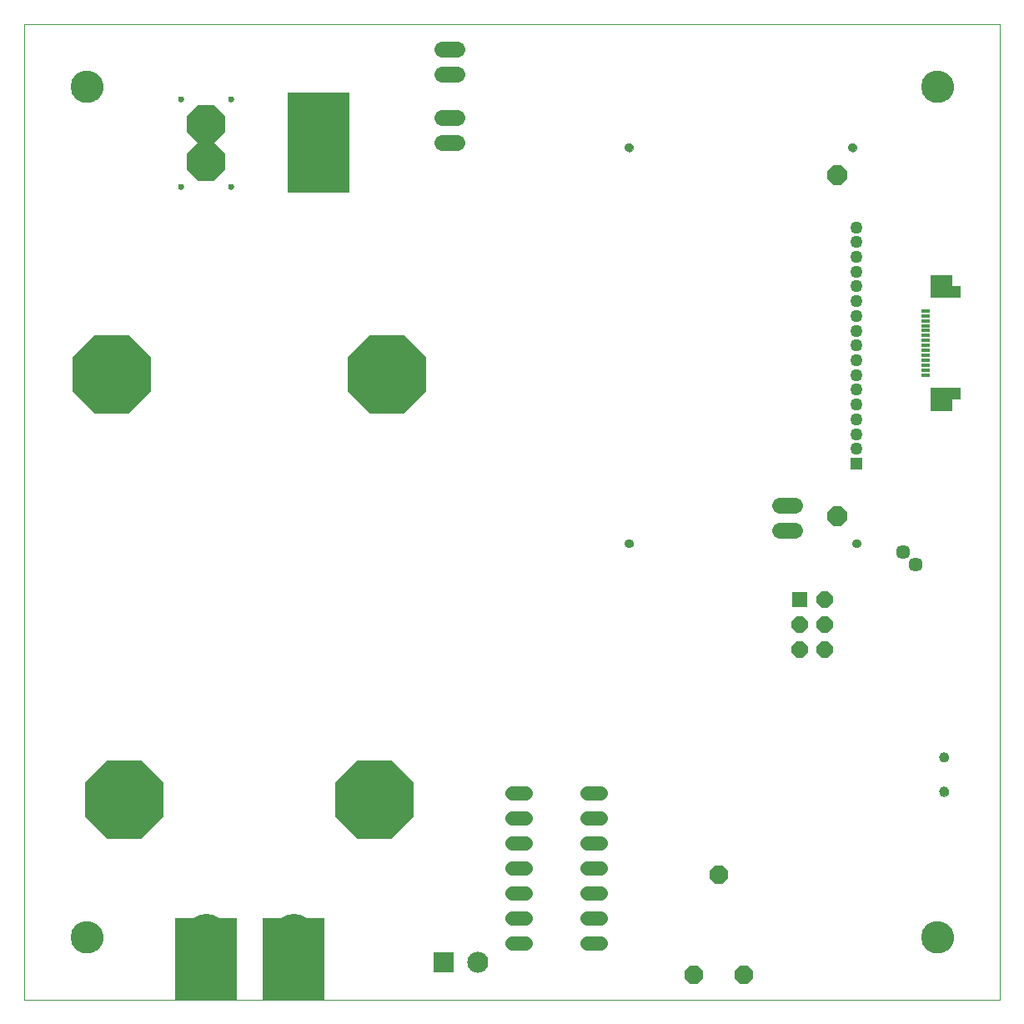
<source format=gbs>
G75*
G70*
%OFA0B0*%
%FSLAX24Y24*%
%IPPOS*%
%LPD*%
%AMOC8*
5,1,8,0,0,1.08239X$1,22.5*
%
%ADD10C,0.0000*%
%ADD11C,0.1290*%
%ADD12C,0.0237*%
%ADD13R,0.2500X0.4000*%
%ADD14R,0.2500X0.3250*%
%ADD15OC8,0.3165*%
%ADD16OC8,0.1542*%
%ADD17C,0.0394*%
%ADD18OC8,0.0740*%
%ADD19C,0.0640*%
%ADD20C,0.0560*%
%ADD21R,0.0640X0.0640*%
%ADD22OC8,0.0640*%
%ADD23R,0.0496X0.0496*%
%ADD24C,0.0496*%
%ADD25OC8,0.0778*%
%ADD26C,0.0355*%
%ADD27C,0.1690*%
%ADD28R,0.0840X0.0840*%
%ADD29C,0.0840*%
%ADD30R,0.0355X0.0158*%
%ADD31R,0.0866X0.0453*%
%ADD32R,0.1201X0.0512*%
%ADD33C,0.0571*%
D10*
X000504Y000161D02*
X000504Y039161D01*
X039504Y039161D01*
X039504Y000161D01*
X000504Y000161D01*
X002379Y002661D02*
X002381Y002711D01*
X002387Y002760D01*
X002397Y002809D01*
X002410Y002856D01*
X002428Y002903D01*
X002449Y002948D01*
X002473Y002991D01*
X002501Y003032D01*
X002532Y003071D01*
X002566Y003107D01*
X002603Y003141D01*
X002643Y003171D01*
X002684Y003198D01*
X002728Y003222D01*
X002773Y003242D01*
X002820Y003258D01*
X002868Y003271D01*
X002917Y003280D01*
X002967Y003285D01*
X003016Y003286D01*
X003066Y003283D01*
X003115Y003276D01*
X003164Y003265D01*
X003211Y003251D01*
X003257Y003232D01*
X003302Y003210D01*
X003345Y003185D01*
X003385Y003156D01*
X003423Y003124D01*
X003459Y003090D01*
X003492Y003052D01*
X003521Y003012D01*
X003547Y002970D01*
X003570Y002926D01*
X003589Y002880D01*
X003605Y002833D01*
X003617Y002784D01*
X003625Y002735D01*
X003629Y002686D01*
X003629Y002636D01*
X003625Y002587D01*
X003617Y002538D01*
X003605Y002489D01*
X003589Y002442D01*
X003570Y002396D01*
X003547Y002352D01*
X003521Y002310D01*
X003492Y002270D01*
X003459Y002232D01*
X003423Y002198D01*
X003385Y002166D01*
X003345Y002137D01*
X003302Y002112D01*
X003257Y002090D01*
X003211Y002071D01*
X003164Y002057D01*
X003115Y002046D01*
X003066Y002039D01*
X003016Y002036D01*
X002967Y002037D01*
X002917Y002042D01*
X002868Y002051D01*
X002820Y002064D01*
X002773Y002080D01*
X002728Y002100D01*
X002684Y002124D01*
X002643Y002151D01*
X002603Y002181D01*
X002566Y002215D01*
X002532Y002251D01*
X002501Y002290D01*
X002473Y002331D01*
X002449Y002374D01*
X002428Y002419D01*
X002410Y002466D01*
X002397Y002513D01*
X002387Y002562D01*
X002381Y002611D01*
X002379Y002661D01*
X004406Y006911D02*
X004408Y006930D01*
X004413Y006949D01*
X004423Y006965D01*
X004435Y006980D01*
X004450Y006992D01*
X004466Y007002D01*
X004485Y007007D01*
X004504Y007009D01*
X004523Y007007D01*
X004542Y007002D01*
X004558Y006992D01*
X004573Y006980D01*
X004585Y006965D01*
X004595Y006949D01*
X004600Y006930D01*
X004602Y006911D01*
X004600Y006892D01*
X004595Y006873D01*
X004585Y006857D01*
X004573Y006842D01*
X004558Y006830D01*
X004542Y006820D01*
X004523Y006815D01*
X004504Y006813D01*
X004485Y006815D01*
X004466Y006820D01*
X004450Y006830D01*
X004435Y006842D01*
X004423Y006857D01*
X004413Y006873D01*
X004408Y006892D01*
X004406Y006911D01*
X003531Y007286D02*
X003533Y007305D01*
X003538Y007324D01*
X003548Y007340D01*
X003560Y007355D01*
X003575Y007367D01*
X003591Y007377D01*
X003610Y007382D01*
X003629Y007384D01*
X003648Y007382D01*
X003667Y007377D01*
X003683Y007367D01*
X003698Y007355D01*
X003710Y007340D01*
X003720Y007324D01*
X003725Y007305D01*
X003727Y007286D01*
X003725Y007267D01*
X003720Y007248D01*
X003710Y007232D01*
X003698Y007217D01*
X003683Y007205D01*
X003667Y007195D01*
X003648Y007190D01*
X003629Y007188D01*
X003610Y007190D01*
X003591Y007195D01*
X003575Y007205D01*
X003560Y007217D01*
X003548Y007232D01*
X003538Y007248D01*
X003533Y007267D01*
X003531Y007286D01*
X003156Y008161D02*
X003158Y008180D01*
X003163Y008199D01*
X003173Y008215D01*
X003185Y008230D01*
X003200Y008242D01*
X003216Y008252D01*
X003235Y008257D01*
X003254Y008259D01*
X003273Y008257D01*
X003292Y008252D01*
X003308Y008242D01*
X003323Y008230D01*
X003335Y008215D01*
X003345Y008199D01*
X003350Y008180D01*
X003352Y008161D01*
X003350Y008142D01*
X003345Y008123D01*
X003335Y008107D01*
X003323Y008092D01*
X003308Y008080D01*
X003292Y008070D01*
X003273Y008065D01*
X003254Y008063D01*
X003235Y008065D01*
X003216Y008070D01*
X003200Y008080D01*
X003185Y008092D01*
X003173Y008107D01*
X003163Y008123D01*
X003158Y008142D01*
X003156Y008161D01*
X003531Y009036D02*
X003533Y009055D01*
X003538Y009074D01*
X003548Y009090D01*
X003560Y009105D01*
X003575Y009117D01*
X003591Y009127D01*
X003610Y009132D01*
X003629Y009134D01*
X003648Y009132D01*
X003667Y009127D01*
X003683Y009117D01*
X003698Y009105D01*
X003710Y009090D01*
X003720Y009074D01*
X003725Y009055D01*
X003727Y009036D01*
X003725Y009017D01*
X003720Y008998D01*
X003710Y008982D01*
X003698Y008967D01*
X003683Y008955D01*
X003667Y008945D01*
X003648Y008940D01*
X003629Y008938D01*
X003610Y008940D01*
X003591Y008945D01*
X003575Y008955D01*
X003560Y008967D01*
X003548Y008982D01*
X003538Y008998D01*
X003533Y009017D01*
X003531Y009036D01*
X004406Y009411D02*
X004408Y009430D01*
X004413Y009449D01*
X004423Y009465D01*
X004435Y009480D01*
X004450Y009492D01*
X004466Y009502D01*
X004485Y009507D01*
X004504Y009509D01*
X004523Y009507D01*
X004542Y009502D01*
X004558Y009492D01*
X004573Y009480D01*
X004585Y009465D01*
X004595Y009449D01*
X004600Y009430D01*
X004602Y009411D01*
X004600Y009392D01*
X004595Y009373D01*
X004585Y009357D01*
X004573Y009342D01*
X004558Y009330D01*
X004542Y009320D01*
X004523Y009315D01*
X004504Y009313D01*
X004485Y009315D01*
X004466Y009320D01*
X004450Y009330D01*
X004435Y009342D01*
X004423Y009357D01*
X004413Y009373D01*
X004408Y009392D01*
X004406Y009411D01*
X005281Y009036D02*
X005283Y009055D01*
X005288Y009074D01*
X005298Y009090D01*
X005310Y009105D01*
X005325Y009117D01*
X005341Y009127D01*
X005360Y009132D01*
X005379Y009134D01*
X005398Y009132D01*
X005417Y009127D01*
X005433Y009117D01*
X005448Y009105D01*
X005460Y009090D01*
X005470Y009074D01*
X005475Y009055D01*
X005477Y009036D01*
X005475Y009017D01*
X005470Y008998D01*
X005460Y008982D01*
X005448Y008967D01*
X005433Y008955D01*
X005417Y008945D01*
X005398Y008940D01*
X005379Y008938D01*
X005360Y008940D01*
X005341Y008945D01*
X005325Y008955D01*
X005310Y008967D01*
X005298Y008982D01*
X005288Y008998D01*
X005283Y009017D01*
X005281Y009036D01*
X005656Y008161D02*
X005658Y008180D01*
X005663Y008199D01*
X005673Y008215D01*
X005685Y008230D01*
X005700Y008242D01*
X005716Y008252D01*
X005735Y008257D01*
X005754Y008259D01*
X005773Y008257D01*
X005792Y008252D01*
X005808Y008242D01*
X005823Y008230D01*
X005835Y008215D01*
X005845Y008199D01*
X005850Y008180D01*
X005852Y008161D01*
X005850Y008142D01*
X005845Y008123D01*
X005835Y008107D01*
X005823Y008092D01*
X005808Y008080D01*
X005792Y008070D01*
X005773Y008065D01*
X005754Y008063D01*
X005735Y008065D01*
X005716Y008070D01*
X005700Y008080D01*
X005685Y008092D01*
X005673Y008107D01*
X005663Y008123D01*
X005658Y008142D01*
X005656Y008161D01*
X005281Y007286D02*
X005283Y007305D01*
X005288Y007324D01*
X005298Y007340D01*
X005310Y007355D01*
X005325Y007367D01*
X005341Y007377D01*
X005360Y007382D01*
X005379Y007384D01*
X005398Y007382D01*
X005417Y007377D01*
X005433Y007367D01*
X005448Y007355D01*
X005460Y007340D01*
X005470Y007324D01*
X005475Y007305D01*
X005477Y007286D01*
X005475Y007267D01*
X005470Y007248D01*
X005460Y007232D01*
X005448Y007217D01*
X005433Y007205D01*
X005417Y007195D01*
X005398Y007190D01*
X005379Y007188D01*
X005360Y007190D01*
X005341Y007195D01*
X005325Y007205D01*
X005310Y007217D01*
X005298Y007232D01*
X005288Y007248D01*
X005283Y007267D01*
X005281Y007286D01*
X007156Y003161D02*
X007158Y003180D01*
X007163Y003199D01*
X007173Y003215D01*
X007185Y003230D01*
X007200Y003242D01*
X007216Y003252D01*
X007235Y003257D01*
X007254Y003259D01*
X007273Y003257D01*
X007292Y003252D01*
X007308Y003242D01*
X007323Y003230D01*
X007335Y003215D01*
X007345Y003199D01*
X007350Y003180D01*
X007352Y003161D01*
X007350Y003142D01*
X007345Y003123D01*
X007335Y003107D01*
X007323Y003092D01*
X007308Y003080D01*
X007292Y003070D01*
X007273Y003065D01*
X007254Y003063D01*
X007235Y003065D01*
X007216Y003070D01*
X007200Y003080D01*
X007185Y003092D01*
X007173Y003107D01*
X007163Y003123D01*
X007158Y003142D01*
X007156Y003161D01*
X007656Y003161D02*
X007658Y003180D01*
X007663Y003199D01*
X007673Y003215D01*
X007685Y003230D01*
X007700Y003242D01*
X007716Y003252D01*
X007735Y003257D01*
X007754Y003259D01*
X007773Y003257D01*
X007792Y003252D01*
X007808Y003242D01*
X007823Y003230D01*
X007835Y003215D01*
X007845Y003199D01*
X007850Y003180D01*
X007852Y003161D01*
X007850Y003142D01*
X007845Y003123D01*
X007835Y003107D01*
X007823Y003092D01*
X007808Y003080D01*
X007792Y003070D01*
X007773Y003065D01*
X007754Y003063D01*
X007735Y003065D01*
X007716Y003070D01*
X007700Y003080D01*
X007685Y003092D01*
X007673Y003107D01*
X007663Y003123D01*
X007658Y003142D01*
X007656Y003161D01*
X008156Y003161D02*
X008158Y003180D01*
X008163Y003199D01*
X008173Y003215D01*
X008185Y003230D01*
X008200Y003242D01*
X008216Y003252D01*
X008235Y003257D01*
X008254Y003259D01*
X008273Y003257D01*
X008292Y003252D01*
X008308Y003242D01*
X008323Y003230D01*
X008335Y003215D01*
X008345Y003199D01*
X008350Y003180D01*
X008352Y003161D01*
X008350Y003142D01*
X008345Y003123D01*
X008335Y003107D01*
X008323Y003092D01*
X008308Y003080D01*
X008292Y003070D01*
X008273Y003065D01*
X008254Y003063D01*
X008235Y003065D01*
X008216Y003070D01*
X008200Y003080D01*
X008185Y003092D01*
X008173Y003107D01*
X008163Y003123D01*
X008158Y003142D01*
X008156Y003161D01*
X008656Y001911D02*
X008658Y001930D01*
X008663Y001949D01*
X008673Y001965D01*
X008685Y001980D01*
X008700Y001992D01*
X008716Y002002D01*
X008735Y002007D01*
X008754Y002009D01*
X008773Y002007D01*
X008792Y002002D01*
X008808Y001992D01*
X008823Y001980D01*
X008835Y001965D01*
X008845Y001949D01*
X008850Y001930D01*
X008852Y001911D01*
X008850Y001892D01*
X008845Y001873D01*
X008835Y001857D01*
X008823Y001842D01*
X008808Y001830D01*
X008792Y001820D01*
X008773Y001815D01*
X008754Y001813D01*
X008735Y001815D01*
X008716Y001820D01*
X008700Y001830D01*
X008685Y001842D01*
X008673Y001857D01*
X008663Y001873D01*
X008658Y001892D01*
X008656Y001911D01*
X008156Y000661D02*
X008158Y000680D01*
X008163Y000699D01*
X008173Y000715D01*
X008185Y000730D01*
X008200Y000742D01*
X008216Y000752D01*
X008235Y000757D01*
X008254Y000759D01*
X008273Y000757D01*
X008292Y000752D01*
X008308Y000742D01*
X008323Y000730D01*
X008335Y000715D01*
X008345Y000699D01*
X008350Y000680D01*
X008352Y000661D01*
X008350Y000642D01*
X008345Y000623D01*
X008335Y000607D01*
X008323Y000592D01*
X008308Y000580D01*
X008292Y000570D01*
X008273Y000565D01*
X008254Y000563D01*
X008235Y000565D01*
X008216Y000570D01*
X008200Y000580D01*
X008185Y000592D01*
X008173Y000607D01*
X008163Y000623D01*
X008158Y000642D01*
X008156Y000661D01*
X007656Y000661D02*
X007658Y000680D01*
X007663Y000699D01*
X007673Y000715D01*
X007685Y000730D01*
X007700Y000742D01*
X007716Y000752D01*
X007735Y000757D01*
X007754Y000759D01*
X007773Y000757D01*
X007792Y000752D01*
X007808Y000742D01*
X007823Y000730D01*
X007835Y000715D01*
X007845Y000699D01*
X007850Y000680D01*
X007852Y000661D01*
X007850Y000642D01*
X007845Y000623D01*
X007835Y000607D01*
X007823Y000592D01*
X007808Y000580D01*
X007792Y000570D01*
X007773Y000565D01*
X007754Y000563D01*
X007735Y000565D01*
X007716Y000570D01*
X007700Y000580D01*
X007685Y000592D01*
X007673Y000607D01*
X007663Y000623D01*
X007658Y000642D01*
X007656Y000661D01*
X007156Y000661D02*
X007158Y000680D01*
X007163Y000699D01*
X007173Y000715D01*
X007185Y000730D01*
X007200Y000742D01*
X007216Y000752D01*
X007235Y000757D01*
X007254Y000759D01*
X007273Y000757D01*
X007292Y000752D01*
X007308Y000742D01*
X007323Y000730D01*
X007335Y000715D01*
X007345Y000699D01*
X007350Y000680D01*
X007352Y000661D01*
X007350Y000642D01*
X007345Y000623D01*
X007335Y000607D01*
X007323Y000592D01*
X007308Y000580D01*
X007292Y000570D01*
X007273Y000565D01*
X007254Y000563D01*
X007235Y000565D01*
X007216Y000570D01*
X007200Y000580D01*
X007185Y000592D01*
X007173Y000607D01*
X007163Y000623D01*
X007158Y000642D01*
X007156Y000661D01*
X006656Y001911D02*
X006658Y001930D01*
X006663Y001949D01*
X006673Y001965D01*
X006685Y001980D01*
X006700Y001992D01*
X006716Y002002D01*
X006735Y002007D01*
X006754Y002009D01*
X006773Y002007D01*
X006792Y002002D01*
X006808Y001992D01*
X006823Y001980D01*
X006835Y001965D01*
X006845Y001949D01*
X006850Y001930D01*
X006852Y001911D01*
X006850Y001892D01*
X006845Y001873D01*
X006835Y001857D01*
X006823Y001842D01*
X006808Y001830D01*
X006792Y001820D01*
X006773Y001815D01*
X006754Y001813D01*
X006735Y001815D01*
X006716Y001820D01*
X006700Y001830D01*
X006685Y001842D01*
X006673Y001857D01*
X006663Y001873D01*
X006658Y001892D01*
X006656Y001911D01*
X010156Y001911D02*
X010158Y001930D01*
X010163Y001949D01*
X010173Y001965D01*
X010185Y001980D01*
X010200Y001992D01*
X010216Y002002D01*
X010235Y002007D01*
X010254Y002009D01*
X010273Y002007D01*
X010292Y002002D01*
X010308Y001992D01*
X010323Y001980D01*
X010335Y001965D01*
X010345Y001949D01*
X010350Y001930D01*
X010352Y001911D01*
X010350Y001892D01*
X010345Y001873D01*
X010335Y001857D01*
X010323Y001842D01*
X010308Y001830D01*
X010292Y001820D01*
X010273Y001815D01*
X010254Y001813D01*
X010235Y001815D01*
X010216Y001820D01*
X010200Y001830D01*
X010185Y001842D01*
X010173Y001857D01*
X010163Y001873D01*
X010158Y001892D01*
X010156Y001911D01*
X010656Y000661D02*
X010658Y000680D01*
X010663Y000699D01*
X010673Y000715D01*
X010685Y000730D01*
X010700Y000742D01*
X010716Y000752D01*
X010735Y000757D01*
X010754Y000759D01*
X010773Y000757D01*
X010792Y000752D01*
X010808Y000742D01*
X010823Y000730D01*
X010835Y000715D01*
X010845Y000699D01*
X010850Y000680D01*
X010852Y000661D01*
X010850Y000642D01*
X010845Y000623D01*
X010835Y000607D01*
X010823Y000592D01*
X010808Y000580D01*
X010792Y000570D01*
X010773Y000565D01*
X010754Y000563D01*
X010735Y000565D01*
X010716Y000570D01*
X010700Y000580D01*
X010685Y000592D01*
X010673Y000607D01*
X010663Y000623D01*
X010658Y000642D01*
X010656Y000661D01*
X011156Y000661D02*
X011158Y000680D01*
X011163Y000699D01*
X011173Y000715D01*
X011185Y000730D01*
X011200Y000742D01*
X011216Y000752D01*
X011235Y000757D01*
X011254Y000759D01*
X011273Y000757D01*
X011292Y000752D01*
X011308Y000742D01*
X011323Y000730D01*
X011335Y000715D01*
X011345Y000699D01*
X011350Y000680D01*
X011352Y000661D01*
X011350Y000642D01*
X011345Y000623D01*
X011335Y000607D01*
X011323Y000592D01*
X011308Y000580D01*
X011292Y000570D01*
X011273Y000565D01*
X011254Y000563D01*
X011235Y000565D01*
X011216Y000570D01*
X011200Y000580D01*
X011185Y000592D01*
X011173Y000607D01*
X011163Y000623D01*
X011158Y000642D01*
X011156Y000661D01*
X011656Y000661D02*
X011658Y000680D01*
X011663Y000699D01*
X011673Y000715D01*
X011685Y000730D01*
X011700Y000742D01*
X011716Y000752D01*
X011735Y000757D01*
X011754Y000759D01*
X011773Y000757D01*
X011792Y000752D01*
X011808Y000742D01*
X011823Y000730D01*
X011835Y000715D01*
X011845Y000699D01*
X011850Y000680D01*
X011852Y000661D01*
X011850Y000642D01*
X011845Y000623D01*
X011835Y000607D01*
X011823Y000592D01*
X011808Y000580D01*
X011792Y000570D01*
X011773Y000565D01*
X011754Y000563D01*
X011735Y000565D01*
X011716Y000570D01*
X011700Y000580D01*
X011685Y000592D01*
X011673Y000607D01*
X011663Y000623D01*
X011658Y000642D01*
X011656Y000661D01*
X012156Y001911D02*
X012158Y001930D01*
X012163Y001949D01*
X012173Y001965D01*
X012185Y001980D01*
X012200Y001992D01*
X012216Y002002D01*
X012235Y002007D01*
X012254Y002009D01*
X012273Y002007D01*
X012292Y002002D01*
X012308Y001992D01*
X012323Y001980D01*
X012335Y001965D01*
X012345Y001949D01*
X012350Y001930D01*
X012352Y001911D01*
X012350Y001892D01*
X012345Y001873D01*
X012335Y001857D01*
X012323Y001842D01*
X012308Y001830D01*
X012292Y001820D01*
X012273Y001815D01*
X012254Y001813D01*
X012235Y001815D01*
X012216Y001820D01*
X012200Y001830D01*
X012185Y001842D01*
X012173Y001857D01*
X012163Y001873D01*
X012158Y001892D01*
X012156Y001911D01*
X011656Y003161D02*
X011658Y003180D01*
X011663Y003199D01*
X011673Y003215D01*
X011685Y003230D01*
X011700Y003242D01*
X011716Y003252D01*
X011735Y003257D01*
X011754Y003259D01*
X011773Y003257D01*
X011792Y003252D01*
X011808Y003242D01*
X011823Y003230D01*
X011835Y003215D01*
X011845Y003199D01*
X011850Y003180D01*
X011852Y003161D01*
X011850Y003142D01*
X011845Y003123D01*
X011835Y003107D01*
X011823Y003092D01*
X011808Y003080D01*
X011792Y003070D01*
X011773Y003065D01*
X011754Y003063D01*
X011735Y003065D01*
X011716Y003070D01*
X011700Y003080D01*
X011685Y003092D01*
X011673Y003107D01*
X011663Y003123D01*
X011658Y003142D01*
X011656Y003161D01*
X011156Y003161D02*
X011158Y003180D01*
X011163Y003199D01*
X011173Y003215D01*
X011185Y003230D01*
X011200Y003242D01*
X011216Y003252D01*
X011235Y003257D01*
X011254Y003259D01*
X011273Y003257D01*
X011292Y003252D01*
X011308Y003242D01*
X011323Y003230D01*
X011335Y003215D01*
X011345Y003199D01*
X011350Y003180D01*
X011352Y003161D01*
X011350Y003142D01*
X011345Y003123D01*
X011335Y003107D01*
X011323Y003092D01*
X011308Y003080D01*
X011292Y003070D01*
X011273Y003065D01*
X011254Y003063D01*
X011235Y003065D01*
X011216Y003070D01*
X011200Y003080D01*
X011185Y003092D01*
X011173Y003107D01*
X011163Y003123D01*
X011158Y003142D01*
X011156Y003161D01*
X010656Y003161D02*
X010658Y003180D01*
X010663Y003199D01*
X010673Y003215D01*
X010685Y003230D01*
X010700Y003242D01*
X010716Y003252D01*
X010735Y003257D01*
X010754Y003259D01*
X010773Y003257D01*
X010792Y003252D01*
X010808Y003242D01*
X010823Y003230D01*
X010835Y003215D01*
X010845Y003199D01*
X010850Y003180D01*
X010852Y003161D01*
X010850Y003142D01*
X010845Y003123D01*
X010835Y003107D01*
X010823Y003092D01*
X010808Y003080D01*
X010792Y003070D01*
X010773Y003065D01*
X010754Y003063D01*
X010735Y003065D01*
X010716Y003070D01*
X010700Y003080D01*
X010685Y003092D01*
X010673Y003107D01*
X010663Y003123D01*
X010658Y003142D01*
X010656Y003161D01*
X013531Y007286D02*
X013533Y007305D01*
X013538Y007324D01*
X013548Y007340D01*
X013560Y007355D01*
X013575Y007367D01*
X013591Y007377D01*
X013610Y007382D01*
X013629Y007384D01*
X013648Y007382D01*
X013667Y007377D01*
X013683Y007367D01*
X013698Y007355D01*
X013710Y007340D01*
X013720Y007324D01*
X013725Y007305D01*
X013727Y007286D01*
X013725Y007267D01*
X013720Y007248D01*
X013710Y007232D01*
X013698Y007217D01*
X013683Y007205D01*
X013667Y007195D01*
X013648Y007190D01*
X013629Y007188D01*
X013610Y007190D01*
X013591Y007195D01*
X013575Y007205D01*
X013560Y007217D01*
X013548Y007232D01*
X013538Y007248D01*
X013533Y007267D01*
X013531Y007286D01*
X013156Y008161D02*
X013158Y008180D01*
X013163Y008199D01*
X013173Y008215D01*
X013185Y008230D01*
X013200Y008242D01*
X013216Y008252D01*
X013235Y008257D01*
X013254Y008259D01*
X013273Y008257D01*
X013292Y008252D01*
X013308Y008242D01*
X013323Y008230D01*
X013335Y008215D01*
X013345Y008199D01*
X013350Y008180D01*
X013352Y008161D01*
X013350Y008142D01*
X013345Y008123D01*
X013335Y008107D01*
X013323Y008092D01*
X013308Y008080D01*
X013292Y008070D01*
X013273Y008065D01*
X013254Y008063D01*
X013235Y008065D01*
X013216Y008070D01*
X013200Y008080D01*
X013185Y008092D01*
X013173Y008107D01*
X013163Y008123D01*
X013158Y008142D01*
X013156Y008161D01*
X013531Y009036D02*
X013533Y009055D01*
X013538Y009074D01*
X013548Y009090D01*
X013560Y009105D01*
X013575Y009117D01*
X013591Y009127D01*
X013610Y009132D01*
X013629Y009134D01*
X013648Y009132D01*
X013667Y009127D01*
X013683Y009117D01*
X013698Y009105D01*
X013710Y009090D01*
X013720Y009074D01*
X013725Y009055D01*
X013727Y009036D01*
X013725Y009017D01*
X013720Y008998D01*
X013710Y008982D01*
X013698Y008967D01*
X013683Y008955D01*
X013667Y008945D01*
X013648Y008940D01*
X013629Y008938D01*
X013610Y008940D01*
X013591Y008945D01*
X013575Y008955D01*
X013560Y008967D01*
X013548Y008982D01*
X013538Y008998D01*
X013533Y009017D01*
X013531Y009036D01*
X014406Y009411D02*
X014408Y009430D01*
X014413Y009449D01*
X014423Y009465D01*
X014435Y009480D01*
X014450Y009492D01*
X014466Y009502D01*
X014485Y009507D01*
X014504Y009509D01*
X014523Y009507D01*
X014542Y009502D01*
X014558Y009492D01*
X014573Y009480D01*
X014585Y009465D01*
X014595Y009449D01*
X014600Y009430D01*
X014602Y009411D01*
X014600Y009392D01*
X014595Y009373D01*
X014585Y009357D01*
X014573Y009342D01*
X014558Y009330D01*
X014542Y009320D01*
X014523Y009315D01*
X014504Y009313D01*
X014485Y009315D01*
X014466Y009320D01*
X014450Y009330D01*
X014435Y009342D01*
X014423Y009357D01*
X014413Y009373D01*
X014408Y009392D01*
X014406Y009411D01*
X015281Y009036D02*
X015283Y009055D01*
X015288Y009074D01*
X015298Y009090D01*
X015310Y009105D01*
X015325Y009117D01*
X015341Y009127D01*
X015360Y009132D01*
X015379Y009134D01*
X015398Y009132D01*
X015417Y009127D01*
X015433Y009117D01*
X015448Y009105D01*
X015460Y009090D01*
X015470Y009074D01*
X015475Y009055D01*
X015477Y009036D01*
X015475Y009017D01*
X015470Y008998D01*
X015460Y008982D01*
X015448Y008967D01*
X015433Y008955D01*
X015417Y008945D01*
X015398Y008940D01*
X015379Y008938D01*
X015360Y008940D01*
X015341Y008945D01*
X015325Y008955D01*
X015310Y008967D01*
X015298Y008982D01*
X015288Y008998D01*
X015283Y009017D01*
X015281Y009036D01*
X015656Y008161D02*
X015658Y008180D01*
X015663Y008199D01*
X015673Y008215D01*
X015685Y008230D01*
X015700Y008242D01*
X015716Y008252D01*
X015735Y008257D01*
X015754Y008259D01*
X015773Y008257D01*
X015792Y008252D01*
X015808Y008242D01*
X015823Y008230D01*
X015835Y008215D01*
X015845Y008199D01*
X015850Y008180D01*
X015852Y008161D01*
X015850Y008142D01*
X015845Y008123D01*
X015835Y008107D01*
X015823Y008092D01*
X015808Y008080D01*
X015792Y008070D01*
X015773Y008065D01*
X015754Y008063D01*
X015735Y008065D01*
X015716Y008070D01*
X015700Y008080D01*
X015685Y008092D01*
X015673Y008107D01*
X015663Y008123D01*
X015658Y008142D01*
X015656Y008161D01*
X015281Y007286D02*
X015283Y007305D01*
X015288Y007324D01*
X015298Y007340D01*
X015310Y007355D01*
X015325Y007367D01*
X015341Y007377D01*
X015360Y007382D01*
X015379Y007384D01*
X015398Y007382D01*
X015417Y007377D01*
X015433Y007367D01*
X015448Y007355D01*
X015460Y007340D01*
X015470Y007324D01*
X015475Y007305D01*
X015477Y007286D01*
X015475Y007267D01*
X015470Y007248D01*
X015460Y007232D01*
X015448Y007217D01*
X015433Y007205D01*
X015417Y007195D01*
X015398Y007190D01*
X015379Y007188D01*
X015360Y007190D01*
X015341Y007195D01*
X015325Y007205D01*
X015310Y007217D01*
X015298Y007232D01*
X015288Y007248D01*
X015283Y007267D01*
X015281Y007286D01*
X014406Y006911D02*
X014408Y006930D01*
X014413Y006949D01*
X014423Y006965D01*
X014435Y006980D01*
X014450Y006992D01*
X014466Y007002D01*
X014485Y007007D01*
X014504Y007009D01*
X014523Y007007D01*
X014542Y007002D01*
X014558Y006992D01*
X014573Y006980D01*
X014585Y006965D01*
X014595Y006949D01*
X014600Y006930D01*
X014602Y006911D01*
X014600Y006892D01*
X014595Y006873D01*
X014585Y006857D01*
X014573Y006842D01*
X014558Y006830D01*
X014542Y006820D01*
X014523Y006815D01*
X014504Y006813D01*
X014485Y006815D01*
X014466Y006820D01*
X014450Y006830D01*
X014435Y006842D01*
X014423Y006857D01*
X014413Y006873D01*
X014408Y006892D01*
X014406Y006911D01*
X024516Y018397D02*
X024518Y018422D01*
X024524Y018446D01*
X024533Y018468D01*
X024546Y018489D01*
X024562Y018508D01*
X024581Y018524D01*
X024602Y018537D01*
X024624Y018546D01*
X024648Y018552D01*
X024673Y018554D01*
X024698Y018552D01*
X024722Y018546D01*
X024744Y018537D01*
X024765Y018524D01*
X024784Y018508D01*
X024800Y018489D01*
X024813Y018468D01*
X024822Y018446D01*
X024828Y018422D01*
X024830Y018397D01*
X024828Y018372D01*
X024822Y018348D01*
X024813Y018326D01*
X024800Y018305D01*
X024784Y018286D01*
X024765Y018270D01*
X024744Y018257D01*
X024722Y018248D01*
X024698Y018242D01*
X024673Y018240D01*
X024648Y018242D01*
X024624Y018248D01*
X024602Y018257D01*
X024581Y018270D01*
X024562Y018286D01*
X024546Y018305D01*
X024533Y018326D01*
X024524Y018348D01*
X024518Y018372D01*
X024516Y018397D01*
X016156Y025161D02*
X016158Y025180D01*
X016163Y025199D01*
X016173Y025215D01*
X016185Y025230D01*
X016200Y025242D01*
X016216Y025252D01*
X016235Y025257D01*
X016254Y025259D01*
X016273Y025257D01*
X016292Y025252D01*
X016308Y025242D01*
X016323Y025230D01*
X016335Y025215D01*
X016345Y025199D01*
X016350Y025180D01*
X016352Y025161D01*
X016350Y025142D01*
X016345Y025123D01*
X016335Y025107D01*
X016323Y025092D01*
X016308Y025080D01*
X016292Y025070D01*
X016273Y025065D01*
X016254Y025063D01*
X016235Y025065D01*
X016216Y025070D01*
X016200Y025080D01*
X016185Y025092D01*
X016173Y025107D01*
X016163Y025123D01*
X016158Y025142D01*
X016156Y025161D01*
X015781Y024286D02*
X015783Y024305D01*
X015788Y024324D01*
X015798Y024340D01*
X015810Y024355D01*
X015825Y024367D01*
X015841Y024377D01*
X015860Y024382D01*
X015879Y024384D01*
X015898Y024382D01*
X015917Y024377D01*
X015933Y024367D01*
X015948Y024355D01*
X015960Y024340D01*
X015970Y024324D01*
X015975Y024305D01*
X015977Y024286D01*
X015975Y024267D01*
X015970Y024248D01*
X015960Y024232D01*
X015948Y024217D01*
X015933Y024205D01*
X015917Y024195D01*
X015898Y024190D01*
X015879Y024188D01*
X015860Y024190D01*
X015841Y024195D01*
X015825Y024205D01*
X015810Y024217D01*
X015798Y024232D01*
X015788Y024248D01*
X015783Y024267D01*
X015781Y024286D01*
X014906Y023911D02*
X014908Y023930D01*
X014913Y023949D01*
X014923Y023965D01*
X014935Y023980D01*
X014950Y023992D01*
X014966Y024002D01*
X014985Y024007D01*
X015004Y024009D01*
X015023Y024007D01*
X015042Y024002D01*
X015058Y023992D01*
X015073Y023980D01*
X015085Y023965D01*
X015095Y023949D01*
X015100Y023930D01*
X015102Y023911D01*
X015100Y023892D01*
X015095Y023873D01*
X015085Y023857D01*
X015073Y023842D01*
X015058Y023830D01*
X015042Y023820D01*
X015023Y023815D01*
X015004Y023813D01*
X014985Y023815D01*
X014966Y023820D01*
X014950Y023830D01*
X014935Y023842D01*
X014923Y023857D01*
X014913Y023873D01*
X014908Y023892D01*
X014906Y023911D01*
X014031Y024286D02*
X014033Y024305D01*
X014038Y024324D01*
X014048Y024340D01*
X014060Y024355D01*
X014075Y024367D01*
X014091Y024377D01*
X014110Y024382D01*
X014129Y024384D01*
X014148Y024382D01*
X014167Y024377D01*
X014183Y024367D01*
X014198Y024355D01*
X014210Y024340D01*
X014220Y024324D01*
X014225Y024305D01*
X014227Y024286D01*
X014225Y024267D01*
X014220Y024248D01*
X014210Y024232D01*
X014198Y024217D01*
X014183Y024205D01*
X014167Y024195D01*
X014148Y024190D01*
X014129Y024188D01*
X014110Y024190D01*
X014091Y024195D01*
X014075Y024205D01*
X014060Y024217D01*
X014048Y024232D01*
X014038Y024248D01*
X014033Y024267D01*
X014031Y024286D01*
X013656Y025161D02*
X013658Y025180D01*
X013663Y025199D01*
X013673Y025215D01*
X013685Y025230D01*
X013700Y025242D01*
X013716Y025252D01*
X013735Y025257D01*
X013754Y025259D01*
X013773Y025257D01*
X013792Y025252D01*
X013808Y025242D01*
X013823Y025230D01*
X013835Y025215D01*
X013845Y025199D01*
X013850Y025180D01*
X013852Y025161D01*
X013850Y025142D01*
X013845Y025123D01*
X013835Y025107D01*
X013823Y025092D01*
X013808Y025080D01*
X013792Y025070D01*
X013773Y025065D01*
X013754Y025063D01*
X013735Y025065D01*
X013716Y025070D01*
X013700Y025080D01*
X013685Y025092D01*
X013673Y025107D01*
X013663Y025123D01*
X013658Y025142D01*
X013656Y025161D01*
X014031Y026036D02*
X014033Y026055D01*
X014038Y026074D01*
X014048Y026090D01*
X014060Y026105D01*
X014075Y026117D01*
X014091Y026127D01*
X014110Y026132D01*
X014129Y026134D01*
X014148Y026132D01*
X014167Y026127D01*
X014183Y026117D01*
X014198Y026105D01*
X014210Y026090D01*
X014220Y026074D01*
X014225Y026055D01*
X014227Y026036D01*
X014225Y026017D01*
X014220Y025998D01*
X014210Y025982D01*
X014198Y025967D01*
X014183Y025955D01*
X014167Y025945D01*
X014148Y025940D01*
X014129Y025938D01*
X014110Y025940D01*
X014091Y025945D01*
X014075Y025955D01*
X014060Y025967D01*
X014048Y025982D01*
X014038Y025998D01*
X014033Y026017D01*
X014031Y026036D01*
X014906Y026411D02*
X014908Y026430D01*
X014913Y026449D01*
X014923Y026465D01*
X014935Y026480D01*
X014950Y026492D01*
X014966Y026502D01*
X014985Y026507D01*
X015004Y026509D01*
X015023Y026507D01*
X015042Y026502D01*
X015058Y026492D01*
X015073Y026480D01*
X015085Y026465D01*
X015095Y026449D01*
X015100Y026430D01*
X015102Y026411D01*
X015100Y026392D01*
X015095Y026373D01*
X015085Y026357D01*
X015073Y026342D01*
X015058Y026330D01*
X015042Y026320D01*
X015023Y026315D01*
X015004Y026313D01*
X014985Y026315D01*
X014966Y026320D01*
X014950Y026330D01*
X014935Y026342D01*
X014923Y026357D01*
X014913Y026373D01*
X014908Y026392D01*
X014906Y026411D01*
X015781Y026036D02*
X015783Y026055D01*
X015788Y026074D01*
X015798Y026090D01*
X015810Y026105D01*
X015825Y026117D01*
X015841Y026127D01*
X015860Y026132D01*
X015879Y026134D01*
X015898Y026132D01*
X015917Y026127D01*
X015933Y026117D01*
X015948Y026105D01*
X015960Y026090D01*
X015970Y026074D01*
X015975Y026055D01*
X015977Y026036D01*
X015975Y026017D01*
X015970Y025998D01*
X015960Y025982D01*
X015948Y025967D01*
X015933Y025955D01*
X015917Y025945D01*
X015898Y025940D01*
X015879Y025938D01*
X015860Y025940D01*
X015841Y025945D01*
X015825Y025955D01*
X015810Y025967D01*
X015798Y025982D01*
X015788Y025998D01*
X015783Y026017D01*
X015781Y026036D01*
X013156Y032661D02*
X013158Y032680D01*
X013163Y032699D01*
X013173Y032715D01*
X013185Y032730D01*
X013200Y032742D01*
X013216Y032752D01*
X013235Y032757D01*
X013254Y032759D01*
X013273Y032757D01*
X013292Y032752D01*
X013308Y032742D01*
X013323Y032730D01*
X013335Y032715D01*
X013345Y032699D01*
X013350Y032680D01*
X013352Y032661D01*
X013350Y032642D01*
X013345Y032623D01*
X013335Y032607D01*
X013323Y032592D01*
X013308Y032580D01*
X013292Y032570D01*
X013273Y032565D01*
X013254Y032563D01*
X013235Y032565D01*
X013216Y032570D01*
X013200Y032580D01*
X013185Y032592D01*
X013173Y032607D01*
X013163Y032623D01*
X013158Y032642D01*
X013156Y032661D01*
X011156Y032661D02*
X011158Y032680D01*
X011163Y032699D01*
X011173Y032715D01*
X011185Y032730D01*
X011200Y032742D01*
X011216Y032752D01*
X011235Y032757D01*
X011254Y032759D01*
X011273Y032757D01*
X011292Y032752D01*
X011308Y032742D01*
X011323Y032730D01*
X011335Y032715D01*
X011345Y032699D01*
X011350Y032680D01*
X011352Y032661D01*
X011350Y032642D01*
X011345Y032623D01*
X011335Y032607D01*
X011323Y032592D01*
X011308Y032580D01*
X011292Y032570D01*
X011273Y032565D01*
X011254Y032563D01*
X011235Y032565D01*
X011216Y032570D01*
X011200Y032580D01*
X011185Y032592D01*
X011173Y032607D01*
X011163Y032623D01*
X011158Y032642D01*
X011156Y032661D01*
X008656Y032661D02*
X008658Y032680D01*
X008663Y032699D01*
X008673Y032715D01*
X008685Y032730D01*
X008700Y032742D01*
X008716Y032752D01*
X008735Y032757D01*
X008754Y032759D01*
X008773Y032757D01*
X008792Y032752D01*
X008808Y032742D01*
X008823Y032730D01*
X008835Y032715D01*
X008845Y032699D01*
X008850Y032680D01*
X008852Y032661D01*
X008850Y032642D01*
X008845Y032623D01*
X008835Y032607D01*
X008823Y032592D01*
X008808Y032580D01*
X008792Y032570D01*
X008773Y032565D01*
X008754Y032563D01*
X008735Y032565D01*
X008716Y032570D01*
X008700Y032580D01*
X008685Y032592D01*
X008673Y032607D01*
X008663Y032623D01*
X008658Y032642D01*
X008656Y032661D01*
X006656Y032661D02*
X006658Y032680D01*
X006663Y032699D01*
X006673Y032715D01*
X006685Y032730D01*
X006700Y032742D01*
X006716Y032752D01*
X006735Y032757D01*
X006754Y032759D01*
X006773Y032757D01*
X006792Y032752D01*
X006808Y032742D01*
X006823Y032730D01*
X006835Y032715D01*
X006845Y032699D01*
X006850Y032680D01*
X006852Y032661D01*
X006850Y032642D01*
X006845Y032623D01*
X006835Y032607D01*
X006823Y032592D01*
X006808Y032580D01*
X006792Y032570D01*
X006773Y032565D01*
X006754Y032563D01*
X006735Y032565D01*
X006716Y032570D01*
X006700Y032580D01*
X006685Y032592D01*
X006673Y032607D01*
X006663Y032623D01*
X006658Y032642D01*
X006656Y032661D01*
X006656Y036161D02*
X006658Y036180D01*
X006663Y036199D01*
X006673Y036215D01*
X006685Y036230D01*
X006700Y036242D01*
X006716Y036252D01*
X006735Y036257D01*
X006754Y036259D01*
X006773Y036257D01*
X006792Y036252D01*
X006808Y036242D01*
X006823Y036230D01*
X006835Y036215D01*
X006845Y036199D01*
X006850Y036180D01*
X006852Y036161D01*
X006850Y036142D01*
X006845Y036123D01*
X006835Y036107D01*
X006823Y036092D01*
X006808Y036080D01*
X006792Y036070D01*
X006773Y036065D01*
X006754Y036063D01*
X006735Y036065D01*
X006716Y036070D01*
X006700Y036080D01*
X006685Y036092D01*
X006673Y036107D01*
X006663Y036123D01*
X006658Y036142D01*
X006656Y036161D01*
X008656Y036161D02*
X008658Y036180D01*
X008663Y036199D01*
X008673Y036215D01*
X008685Y036230D01*
X008700Y036242D01*
X008716Y036252D01*
X008735Y036257D01*
X008754Y036259D01*
X008773Y036257D01*
X008792Y036252D01*
X008808Y036242D01*
X008823Y036230D01*
X008835Y036215D01*
X008845Y036199D01*
X008850Y036180D01*
X008852Y036161D01*
X008850Y036142D01*
X008845Y036123D01*
X008835Y036107D01*
X008823Y036092D01*
X008808Y036080D01*
X008792Y036070D01*
X008773Y036065D01*
X008754Y036063D01*
X008735Y036065D01*
X008716Y036070D01*
X008700Y036080D01*
X008685Y036092D01*
X008673Y036107D01*
X008663Y036123D01*
X008658Y036142D01*
X008656Y036161D01*
X011156Y036161D02*
X011158Y036180D01*
X011163Y036199D01*
X011173Y036215D01*
X011185Y036230D01*
X011200Y036242D01*
X011216Y036252D01*
X011235Y036257D01*
X011254Y036259D01*
X011273Y036257D01*
X011292Y036252D01*
X011308Y036242D01*
X011323Y036230D01*
X011335Y036215D01*
X011345Y036199D01*
X011350Y036180D01*
X011352Y036161D01*
X011350Y036142D01*
X011345Y036123D01*
X011335Y036107D01*
X011323Y036092D01*
X011308Y036080D01*
X011292Y036070D01*
X011273Y036065D01*
X011254Y036063D01*
X011235Y036065D01*
X011216Y036070D01*
X011200Y036080D01*
X011185Y036092D01*
X011173Y036107D01*
X011163Y036123D01*
X011158Y036142D01*
X011156Y036161D01*
X013156Y036161D02*
X013158Y036180D01*
X013163Y036199D01*
X013173Y036215D01*
X013185Y036230D01*
X013200Y036242D01*
X013216Y036252D01*
X013235Y036257D01*
X013254Y036259D01*
X013273Y036257D01*
X013292Y036252D01*
X013308Y036242D01*
X013323Y036230D01*
X013335Y036215D01*
X013345Y036199D01*
X013350Y036180D01*
X013352Y036161D01*
X013350Y036142D01*
X013345Y036123D01*
X013335Y036107D01*
X013323Y036092D01*
X013308Y036080D01*
X013292Y036070D01*
X013273Y036065D01*
X013254Y036063D01*
X013235Y036065D01*
X013216Y036070D01*
X013200Y036080D01*
X013185Y036092D01*
X013173Y036107D01*
X013163Y036123D01*
X013158Y036142D01*
X013156Y036161D01*
X003906Y026411D02*
X003908Y026430D01*
X003913Y026449D01*
X003923Y026465D01*
X003935Y026480D01*
X003950Y026492D01*
X003966Y026502D01*
X003985Y026507D01*
X004004Y026509D01*
X004023Y026507D01*
X004042Y026502D01*
X004058Y026492D01*
X004073Y026480D01*
X004085Y026465D01*
X004095Y026449D01*
X004100Y026430D01*
X004102Y026411D01*
X004100Y026392D01*
X004095Y026373D01*
X004085Y026357D01*
X004073Y026342D01*
X004058Y026330D01*
X004042Y026320D01*
X004023Y026315D01*
X004004Y026313D01*
X003985Y026315D01*
X003966Y026320D01*
X003950Y026330D01*
X003935Y026342D01*
X003923Y026357D01*
X003913Y026373D01*
X003908Y026392D01*
X003906Y026411D01*
X003031Y026036D02*
X003033Y026055D01*
X003038Y026074D01*
X003048Y026090D01*
X003060Y026105D01*
X003075Y026117D01*
X003091Y026127D01*
X003110Y026132D01*
X003129Y026134D01*
X003148Y026132D01*
X003167Y026127D01*
X003183Y026117D01*
X003198Y026105D01*
X003210Y026090D01*
X003220Y026074D01*
X003225Y026055D01*
X003227Y026036D01*
X003225Y026017D01*
X003220Y025998D01*
X003210Y025982D01*
X003198Y025967D01*
X003183Y025955D01*
X003167Y025945D01*
X003148Y025940D01*
X003129Y025938D01*
X003110Y025940D01*
X003091Y025945D01*
X003075Y025955D01*
X003060Y025967D01*
X003048Y025982D01*
X003038Y025998D01*
X003033Y026017D01*
X003031Y026036D01*
X002656Y025161D02*
X002658Y025180D01*
X002663Y025199D01*
X002673Y025215D01*
X002685Y025230D01*
X002700Y025242D01*
X002716Y025252D01*
X002735Y025257D01*
X002754Y025259D01*
X002773Y025257D01*
X002792Y025252D01*
X002808Y025242D01*
X002823Y025230D01*
X002835Y025215D01*
X002845Y025199D01*
X002850Y025180D01*
X002852Y025161D01*
X002850Y025142D01*
X002845Y025123D01*
X002835Y025107D01*
X002823Y025092D01*
X002808Y025080D01*
X002792Y025070D01*
X002773Y025065D01*
X002754Y025063D01*
X002735Y025065D01*
X002716Y025070D01*
X002700Y025080D01*
X002685Y025092D01*
X002673Y025107D01*
X002663Y025123D01*
X002658Y025142D01*
X002656Y025161D01*
X003031Y024286D02*
X003033Y024305D01*
X003038Y024324D01*
X003048Y024340D01*
X003060Y024355D01*
X003075Y024367D01*
X003091Y024377D01*
X003110Y024382D01*
X003129Y024384D01*
X003148Y024382D01*
X003167Y024377D01*
X003183Y024367D01*
X003198Y024355D01*
X003210Y024340D01*
X003220Y024324D01*
X003225Y024305D01*
X003227Y024286D01*
X003225Y024267D01*
X003220Y024248D01*
X003210Y024232D01*
X003198Y024217D01*
X003183Y024205D01*
X003167Y024195D01*
X003148Y024190D01*
X003129Y024188D01*
X003110Y024190D01*
X003091Y024195D01*
X003075Y024205D01*
X003060Y024217D01*
X003048Y024232D01*
X003038Y024248D01*
X003033Y024267D01*
X003031Y024286D01*
X003906Y023911D02*
X003908Y023930D01*
X003913Y023949D01*
X003923Y023965D01*
X003935Y023980D01*
X003950Y023992D01*
X003966Y024002D01*
X003985Y024007D01*
X004004Y024009D01*
X004023Y024007D01*
X004042Y024002D01*
X004058Y023992D01*
X004073Y023980D01*
X004085Y023965D01*
X004095Y023949D01*
X004100Y023930D01*
X004102Y023911D01*
X004100Y023892D01*
X004095Y023873D01*
X004085Y023857D01*
X004073Y023842D01*
X004058Y023830D01*
X004042Y023820D01*
X004023Y023815D01*
X004004Y023813D01*
X003985Y023815D01*
X003966Y023820D01*
X003950Y023830D01*
X003935Y023842D01*
X003923Y023857D01*
X003913Y023873D01*
X003908Y023892D01*
X003906Y023911D01*
X004781Y024286D02*
X004783Y024305D01*
X004788Y024324D01*
X004798Y024340D01*
X004810Y024355D01*
X004825Y024367D01*
X004841Y024377D01*
X004860Y024382D01*
X004879Y024384D01*
X004898Y024382D01*
X004917Y024377D01*
X004933Y024367D01*
X004948Y024355D01*
X004960Y024340D01*
X004970Y024324D01*
X004975Y024305D01*
X004977Y024286D01*
X004975Y024267D01*
X004970Y024248D01*
X004960Y024232D01*
X004948Y024217D01*
X004933Y024205D01*
X004917Y024195D01*
X004898Y024190D01*
X004879Y024188D01*
X004860Y024190D01*
X004841Y024195D01*
X004825Y024205D01*
X004810Y024217D01*
X004798Y024232D01*
X004788Y024248D01*
X004783Y024267D01*
X004781Y024286D01*
X005156Y025161D02*
X005158Y025180D01*
X005163Y025199D01*
X005173Y025215D01*
X005185Y025230D01*
X005200Y025242D01*
X005216Y025252D01*
X005235Y025257D01*
X005254Y025259D01*
X005273Y025257D01*
X005292Y025252D01*
X005308Y025242D01*
X005323Y025230D01*
X005335Y025215D01*
X005345Y025199D01*
X005350Y025180D01*
X005352Y025161D01*
X005350Y025142D01*
X005345Y025123D01*
X005335Y025107D01*
X005323Y025092D01*
X005308Y025080D01*
X005292Y025070D01*
X005273Y025065D01*
X005254Y025063D01*
X005235Y025065D01*
X005216Y025070D01*
X005200Y025080D01*
X005185Y025092D01*
X005173Y025107D01*
X005163Y025123D01*
X005158Y025142D01*
X005156Y025161D01*
X004781Y026036D02*
X004783Y026055D01*
X004788Y026074D01*
X004798Y026090D01*
X004810Y026105D01*
X004825Y026117D01*
X004841Y026127D01*
X004860Y026132D01*
X004879Y026134D01*
X004898Y026132D01*
X004917Y026127D01*
X004933Y026117D01*
X004948Y026105D01*
X004960Y026090D01*
X004970Y026074D01*
X004975Y026055D01*
X004977Y026036D01*
X004975Y026017D01*
X004970Y025998D01*
X004960Y025982D01*
X004948Y025967D01*
X004933Y025955D01*
X004917Y025945D01*
X004898Y025940D01*
X004879Y025938D01*
X004860Y025940D01*
X004841Y025945D01*
X004825Y025955D01*
X004810Y025967D01*
X004798Y025982D01*
X004788Y025998D01*
X004783Y026017D01*
X004781Y026036D01*
X002379Y036661D02*
X002381Y036711D01*
X002387Y036760D01*
X002397Y036809D01*
X002410Y036856D01*
X002428Y036903D01*
X002449Y036948D01*
X002473Y036991D01*
X002501Y037032D01*
X002532Y037071D01*
X002566Y037107D01*
X002603Y037141D01*
X002643Y037171D01*
X002684Y037198D01*
X002728Y037222D01*
X002773Y037242D01*
X002820Y037258D01*
X002868Y037271D01*
X002917Y037280D01*
X002967Y037285D01*
X003016Y037286D01*
X003066Y037283D01*
X003115Y037276D01*
X003164Y037265D01*
X003211Y037251D01*
X003257Y037232D01*
X003302Y037210D01*
X003345Y037185D01*
X003385Y037156D01*
X003423Y037124D01*
X003459Y037090D01*
X003492Y037052D01*
X003521Y037012D01*
X003547Y036970D01*
X003570Y036926D01*
X003589Y036880D01*
X003605Y036833D01*
X003617Y036784D01*
X003625Y036735D01*
X003629Y036686D01*
X003629Y036636D01*
X003625Y036587D01*
X003617Y036538D01*
X003605Y036489D01*
X003589Y036442D01*
X003570Y036396D01*
X003547Y036352D01*
X003521Y036310D01*
X003492Y036270D01*
X003459Y036232D01*
X003423Y036198D01*
X003385Y036166D01*
X003345Y036137D01*
X003302Y036112D01*
X003257Y036090D01*
X003211Y036071D01*
X003164Y036057D01*
X003115Y036046D01*
X003066Y036039D01*
X003016Y036036D01*
X002967Y036037D01*
X002917Y036042D01*
X002868Y036051D01*
X002820Y036064D01*
X002773Y036080D01*
X002728Y036100D01*
X002684Y036124D01*
X002643Y036151D01*
X002603Y036181D01*
X002566Y036215D01*
X002532Y036251D01*
X002501Y036290D01*
X002473Y036331D01*
X002449Y036374D01*
X002428Y036419D01*
X002410Y036466D01*
X002397Y036513D01*
X002387Y036562D01*
X002381Y036611D01*
X002379Y036661D01*
X024516Y034224D02*
X024518Y034249D01*
X024524Y034273D01*
X024533Y034295D01*
X024546Y034316D01*
X024562Y034335D01*
X024581Y034351D01*
X024602Y034364D01*
X024624Y034373D01*
X024648Y034379D01*
X024673Y034381D01*
X024698Y034379D01*
X024722Y034373D01*
X024744Y034364D01*
X024765Y034351D01*
X024784Y034335D01*
X024800Y034316D01*
X024813Y034295D01*
X024822Y034273D01*
X024828Y034249D01*
X024830Y034224D01*
X024828Y034199D01*
X024822Y034175D01*
X024813Y034153D01*
X024800Y034132D01*
X024784Y034113D01*
X024765Y034097D01*
X024744Y034084D01*
X024722Y034075D01*
X024698Y034069D01*
X024673Y034067D01*
X024648Y034069D01*
X024624Y034075D01*
X024602Y034084D01*
X024581Y034097D01*
X024562Y034113D01*
X024546Y034132D01*
X024533Y034153D01*
X024524Y034175D01*
X024518Y034199D01*
X024516Y034224D01*
X033453Y034224D02*
X033455Y034249D01*
X033461Y034273D01*
X033470Y034295D01*
X033483Y034316D01*
X033499Y034335D01*
X033518Y034351D01*
X033539Y034364D01*
X033561Y034373D01*
X033585Y034379D01*
X033610Y034381D01*
X033635Y034379D01*
X033659Y034373D01*
X033681Y034364D01*
X033702Y034351D01*
X033721Y034335D01*
X033737Y034316D01*
X033750Y034295D01*
X033759Y034273D01*
X033765Y034249D01*
X033767Y034224D01*
X033765Y034199D01*
X033759Y034175D01*
X033750Y034153D01*
X033737Y034132D01*
X033721Y034113D01*
X033702Y034097D01*
X033681Y034084D01*
X033659Y034075D01*
X033635Y034069D01*
X033610Y034067D01*
X033585Y034069D01*
X033561Y034075D01*
X033539Y034084D01*
X033518Y034097D01*
X033499Y034113D01*
X033483Y034132D01*
X033470Y034153D01*
X033461Y034175D01*
X033455Y034199D01*
X033453Y034224D01*
X036379Y036661D02*
X036381Y036711D01*
X036387Y036760D01*
X036397Y036809D01*
X036410Y036856D01*
X036428Y036903D01*
X036449Y036948D01*
X036473Y036991D01*
X036501Y037032D01*
X036532Y037071D01*
X036566Y037107D01*
X036603Y037141D01*
X036643Y037171D01*
X036684Y037198D01*
X036728Y037222D01*
X036773Y037242D01*
X036820Y037258D01*
X036868Y037271D01*
X036917Y037280D01*
X036967Y037285D01*
X037016Y037286D01*
X037066Y037283D01*
X037115Y037276D01*
X037164Y037265D01*
X037211Y037251D01*
X037257Y037232D01*
X037302Y037210D01*
X037345Y037185D01*
X037385Y037156D01*
X037423Y037124D01*
X037459Y037090D01*
X037492Y037052D01*
X037521Y037012D01*
X037547Y036970D01*
X037570Y036926D01*
X037589Y036880D01*
X037605Y036833D01*
X037617Y036784D01*
X037625Y036735D01*
X037629Y036686D01*
X037629Y036636D01*
X037625Y036587D01*
X037617Y036538D01*
X037605Y036489D01*
X037589Y036442D01*
X037570Y036396D01*
X037547Y036352D01*
X037521Y036310D01*
X037492Y036270D01*
X037459Y036232D01*
X037423Y036198D01*
X037385Y036166D01*
X037345Y036137D01*
X037302Y036112D01*
X037257Y036090D01*
X037211Y036071D01*
X037164Y036057D01*
X037115Y036046D01*
X037066Y036039D01*
X037016Y036036D01*
X036967Y036037D01*
X036917Y036042D01*
X036868Y036051D01*
X036820Y036064D01*
X036773Y036080D01*
X036728Y036100D01*
X036684Y036124D01*
X036643Y036151D01*
X036603Y036181D01*
X036566Y036215D01*
X036532Y036251D01*
X036501Y036290D01*
X036473Y036331D01*
X036449Y036374D01*
X036428Y036419D01*
X036410Y036466D01*
X036397Y036513D01*
X036387Y036562D01*
X036381Y036611D01*
X036379Y036661D01*
X033611Y018397D02*
X033613Y018422D01*
X033619Y018446D01*
X033628Y018468D01*
X033641Y018489D01*
X033657Y018508D01*
X033676Y018524D01*
X033697Y018537D01*
X033719Y018546D01*
X033743Y018552D01*
X033768Y018554D01*
X033793Y018552D01*
X033817Y018546D01*
X033839Y018537D01*
X033860Y018524D01*
X033879Y018508D01*
X033895Y018489D01*
X033908Y018468D01*
X033917Y018446D01*
X033923Y018422D01*
X033925Y018397D01*
X033923Y018372D01*
X033917Y018348D01*
X033908Y018326D01*
X033895Y018305D01*
X033879Y018286D01*
X033860Y018270D01*
X033839Y018257D01*
X033817Y018248D01*
X033793Y018242D01*
X033768Y018240D01*
X033743Y018242D01*
X033719Y018248D01*
X033697Y018257D01*
X033676Y018270D01*
X033657Y018286D01*
X033641Y018305D01*
X033628Y018326D01*
X033619Y018348D01*
X033613Y018372D01*
X033611Y018397D01*
X037077Y009850D02*
X037079Y009876D01*
X037085Y009902D01*
X037095Y009927D01*
X037108Y009950D01*
X037124Y009970D01*
X037144Y009988D01*
X037166Y010003D01*
X037189Y010015D01*
X037215Y010023D01*
X037241Y010027D01*
X037267Y010027D01*
X037293Y010023D01*
X037319Y010015D01*
X037343Y010003D01*
X037364Y009988D01*
X037384Y009970D01*
X037400Y009950D01*
X037413Y009927D01*
X037423Y009902D01*
X037429Y009876D01*
X037431Y009850D01*
X037429Y009824D01*
X037423Y009798D01*
X037413Y009773D01*
X037400Y009750D01*
X037384Y009730D01*
X037364Y009712D01*
X037342Y009697D01*
X037319Y009685D01*
X037293Y009677D01*
X037267Y009673D01*
X037241Y009673D01*
X037215Y009677D01*
X037189Y009685D01*
X037165Y009697D01*
X037144Y009712D01*
X037124Y009730D01*
X037108Y009750D01*
X037095Y009773D01*
X037085Y009798D01*
X037079Y009824D01*
X037077Y009850D01*
X037077Y008472D02*
X037079Y008498D01*
X037085Y008524D01*
X037095Y008549D01*
X037108Y008572D01*
X037124Y008592D01*
X037144Y008610D01*
X037166Y008625D01*
X037189Y008637D01*
X037215Y008645D01*
X037241Y008649D01*
X037267Y008649D01*
X037293Y008645D01*
X037319Y008637D01*
X037343Y008625D01*
X037364Y008610D01*
X037384Y008592D01*
X037400Y008572D01*
X037413Y008549D01*
X037423Y008524D01*
X037429Y008498D01*
X037431Y008472D01*
X037429Y008446D01*
X037423Y008420D01*
X037413Y008395D01*
X037400Y008372D01*
X037384Y008352D01*
X037364Y008334D01*
X037342Y008319D01*
X037319Y008307D01*
X037293Y008299D01*
X037267Y008295D01*
X037241Y008295D01*
X037215Y008299D01*
X037189Y008307D01*
X037165Y008319D01*
X037144Y008334D01*
X037124Y008352D01*
X037108Y008372D01*
X037095Y008395D01*
X037085Y008420D01*
X037079Y008446D01*
X037077Y008472D01*
X036379Y002661D02*
X036381Y002711D01*
X036387Y002760D01*
X036397Y002809D01*
X036410Y002856D01*
X036428Y002903D01*
X036449Y002948D01*
X036473Y002991D01*
X036501Y003032D01*
X036532Y003071D01*
X036566Y003107D01*
X036603Y003141D01*
X036643Y003171D01*
X036684Y003198D01*
X036728Y003222D01*
X036773Y003242D01*
X036820Y003258D01*
X036868Y003271D01*
X036917Y003280D01*
X036967Y003285D01*
X037016Y003286D01*
X037066Y003283D01*
X037115Y003276D01*
X037164Y003265D01*
X037211Y003251D01*
X037257Y003232D01*
X037302Y003210D01*
X037345Y003185D01*
X037385Y003156D01*
X037423Y003124D01*
X037459Y003090D01*
X037492Y003052D01*
X037521Y003012D01*
X037547Y002970D01*
X037570Y002926D01*
X037589Y002880D01*
X037605Y002833D01*
X037617Y002784D01*
X037625Y002735D01*
X037629Y002686D01*
X037629Y002636D01*
X037625Y002587D01*
X037617Y002538D01*
X037605Y002489D01*
X037589Y002442D01*
X037570Y002396D01*
X037547Y002352D01*
X037521Y002310D01*
X037492Y002270D01*
X037459Y002232D01*
X037423Y002198D01*
X037385Y002166D01*
X037345Y002137D01*
X037302Y002112D01*
X037257Y002090D01*
X037211Y002071D01*
X037164Y002057D01*
X037115Y002046D01*
X037066Y002039D01*
X037016Y002036D01*
X036967Y002037D01*
X036917Y002042D01*
X036868Y002051D01*
X036820Y002064D01*
X036773Y002080D01*
X036728Y002100D01*
X036684Y002124D01*
X036643Y002151D01*
X036603Y002181D01*
X036566Y002215D01*
X036532Y002251D01*
X036501Y002290D01*
X036473Y002331D01*
X036449Y002374D01*
X036428Y002419D01*
X036410Y002466D01*
X036397Y002513D01*
X036387Y002562D01*
X036381Y002611D01*
X036379Y002661D01*
D11*
X037004Y002661D03*
X003004Y002661D03*
X003004Y036661D03*
X037004Y036661D03*
D12*
X016254Y025161D03*
X015879Y024286D03*
X015004Y023911D03*
X014129Y024286D03*
X013754Y025161D03*
X014129Y026036D03*
X015004Y026411D03*
X015879Y026036D03*
X013254Y032661D03*
X011254Y032661D03*
X008754Y032661D03*
X006754Y032661D03*
X006754Y036161D03*
X008754Y036161D03*
X011254Y036161D03*
X013254Y036161D03*
X004004Y026411D03*
X004879Y026036D03*
X005254Y025161D03*
X004879Y024286D03*
X004004Y023911D03*
X003129Y024286D03*
X002754Y025161D03*
X003129Y026036D03*
X004504Y009411D03*
X005379Y009036D03*
X005754Y008161D03*
X005379Y007286D03*
X004504Y006911D03*
X003629Y007286D03*
X003254Y008161D03*
X003629Y009036D03*
X007254Y003161D03*
X007754Y003161D03*
X008254Y003161D03*
X008754Y001911D03*
X008254Y000661D03*
X007754Y000661D03*
X007254Y000661D03*
X006754Y001911D03*
X010254Y001911D03*
X010754Y000661D03*
X011254Y000661D03*
X011754Y000661D03*
X012254Y001911D03*
X011754Y003161D03*
X011254Y003161D03*
X010754Y003161D03*
X014504Y006911D03*
X015379Y007286D03*
X015754Y008161D03*
X015379Y009036D03*
X014504Y009411D03*
X013629Y009036D03*
X013254Y008161D03*
X013629Y007286D03*
D13*
X012254Y034411D03*
D14*
X011254Y001786D03*
X007754Y001786D03*
D15*
X004504Y008161D03*
X014504Y008161D03*
X015004Y025161D03*
X004004Y025161D03*
D16*
X007754Y033661D03*
X007754Y035161D03*
X012254Y035161D03*
X012254Y033661D03*
D17*
X037254Y009850D03*
X037254Y008472D03*
D18*
X029254Y001161D03*
X027254Y001161D03*
X028254Y005161D03*
D19*
X030704Y018911D02*
X031304Y018911D01*
X031304Y019911D02*
X030704Y019911D01*
X017804Y034411D02*
X017204Y034411D01*
X017204Y035411D02*
X017804Y035411D01*
X017804Y037161D02*
X017204Y037161D01*
X017204Y038161D02*
X017804Y038161D01*
D20*
X019994Y008411D02*
X020514Y008411D01*
X020514Y007411D02*
X019994Y007411D01*
X019994Y006411D02*
X020514Y006411D01*
X020514Y005411D02*
X019994Y005411D01*
X019994Y004411D02*
X020514Y004411D01*
X020514Y003411D02*
X019994Y003411D01*
X019994Y002411D02*
X020514Y002411D01*
X022994Y002411D02*
X023514Y002411D01*
X023514Y003411D02*
X022994Y003411D01*
X022994Y004411D02*
X023514Y004411D01*
X023514Y005411D02*
X022994Y005411D01*
X022994Y006411D02*
X023514Y006411D01*
X023514Y007411D02*
X022994Y007411D01*
X022994Y008411D02*
X023514Y008411D01*
D21*
X031504Y016161D03*
D22*
X032504Y016161D03*
X032504Y015161D03*
X032504Y014161D03*
X031504Y014161D03*
X031504Y015161D03*
D23*
X033768Y021586D03*
D24*
X033768Y022177D03*
X033768Y022768D03*
X033768Y023358D03*
X033768Y023949D03*
X033768Y024539D03*
X033768Y025130D03*
X033768Y025720D03*
X033768Y026311D03*
X033768Y026901D03*
X033768Y027492D03*
X033768Y028083D03*
X033768Y028673D03*
X033768Y029264D03*
X033768Y029854D03*
X033768Y030445D03*
X033768Y031035D03*
D25*
X033000Y033122D03*
X033000Y019500D03*
D26*
X033768Y018397D03*
X024673Y018397D03*
X024673Y034224D03*
X033610Y034224D03*
D27*
X011254Y002736D02*
X011254Y001086D01*
X007754Y001086D02*
X007754Y002736D01*
D28*
X017254Y001661D03*
D29*
X018632Y001661D03*
D30*
X036520Y025132D03*
X036520Y025329D03*
X036520Y025525D03*
X036520Y025722D03*
X036520Y025919D03*
X036520Y026116D03*
X036520Y026313D03*
X036520Y026510D03*
X036520Y026707D03*
X036520Y026903D03*
X036520Y027100D03*
X036520Y027297D03*
X036520Y027494D03*
X036520Y027691D03*
D31*
X037150Y028901D03*
X037150Y023921D03*
D32*
X037317Y024384D03*
X037317Y028439D03*
D33*
X035629Y018036D03*
X036129Y017536D03*
M02*

</source>
